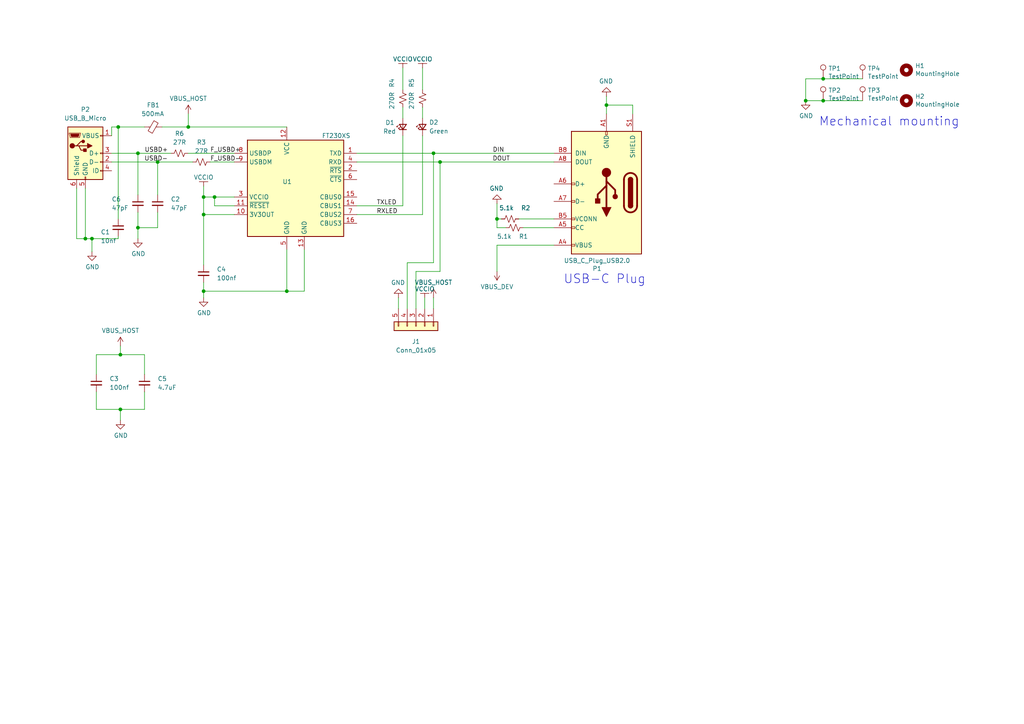
<source format=kicad_sch>
(kicad_sch (version 20211123) (generator eeschema)
  (paper "A4")
  (title_block (title "EC Debug Card") (date "2022-07-07") (rev "01") (company "HowettNET") (comment 1 "This work is licensed under a Creative Commons Attribution 4.0 International License") (comment 2 "Derived from Framework Internal EC CCD Debug Card") (comment 4 "https://howett.net"))
  (lib_symbols
    (symbol "Connector:TestPoint" (pin_numbers hide) (pin_names (offset 0.762) hide)
      (property "Reference" "TP" (at 0 6.858 0))
      (property "Value" "TestPoint" (at 0 5.08 0))
      (symbol "TestPoint_0_1"
        (circle (center 0 3.302) (radius 0.762))
      )
      (symbol "TestPoint_1_1"
        (pin passive line (at 0 0 90) (length 2.54) (name "1") (number "1"))
      )
    )
    (symbol "Connector:USB_B_Micro" (pin_names (offset 1.016))
      (property "Reference" "J" (at -5.08 11.43 0))
      (property "Value" "USB_B_Micro" (at -5.08 8.89 0))
      (symbol "USB_B_Micro_0_1"
        (rectangle (start -5.08 -7.62) (end 5.08 7.62) (stroke (width 0.254)) (fill (type background)))
        (circle (center -3.81 2.159) (radius 0.635) (stroke (width 0.254)) (fill (type outline)))
        (circle (center -0.635 3.429) (radius 0.381) (stroke (width 0.254)) (fill (type outline)))
        (rectangle (start -0.127 -7.62) (end 0.127 -6.858))
        (polyline (pts (xy -1.905 2.159) (xy 0.635 2.159)) (stroke (width 0.254)))
        (polyline (pts (xy -3.175 2.159) (xy -2.54 2.159) (xy -1.27 3.429) (xy -0.635 3.429)) (stroke (width 0.254)))
        (polyline (pts (xy -2.54 2.159) (xy -1.905 2.159) (xy -1.27 0.889) (xy 0 0.889)) (stroke (width 0.254)))
        (polyline (pts (xy 0.635 2.794) (xy 0.635 1.524) (xy 1.905 2.159) (xy 0.635 2.794)) (stroke (width 0.254)) (fill (type outline)))
        (polyline (pts (xy -4.318 5.588) (xy -1.778 5.588) (xy -2.032 4.826) (xy -4.064 4.826) (xy -4.318 5.588)) (fill (type outline)))
        (polyline (pts (xy -4.699 5.842) (xy -4.699 5.588) (xy -4.445 4.826) (xy -4.445 4.572) (xy -1.651 4.572) (xy -1.651 4.826) (xy -1.397 5.588) (xy -1.397 5.842) (xy -4.699 5.842)))
        (rectangle (start 0.254 1.27) (end -0.508 0.508) (stroke (width 0.254)) (fill (type outline)))
        (rectangle (start 5.08 -5.207) (end 4.318 -4.953))
        (rectangle (start 5.08 -2.667) (end 4.318 -2.413))
        (rectangle (start 5.08 -0.127) (end 4.318 0.127))
        (rectangle (start 5.08 4.953) (end 4.318 5.207))
      )
      (symbol "USB_B_Micro_1_1"
        (pin power_out line (at 7.62 5.08 180) (length 2.54) (name "VBUS") (number "1"))
        (pin bidirectional line (at 7.62 -2.54 180) (length 2.54) (name "D-") (number "2"))
        (pin bidirectional line (at 7.62 0 180) (length 2.54) (name "D+") (number "3"))
        (pin passive line (at 7.62 -5.08 180) (length 2.54) (name "ID") (number "4"))
        (pin power_out line (at 0 -10.16 90) (length 2.54) (name "GND") (number "5"))
        (pin passive line (at -2.54 -10.16 90) (length 2.54) (name "Shield") (number "6"))
      )
    )
    (symbol "Connector:USB_C_Plug_USB2.0" (pin_names (offset 1.016))
      (property "Reference" "P1" (at 2.7178 22.0218 0))
      (property "Value" "USB_C_Plug_USB2.0" (at 2.7178 19.7104 0))
      (symbol "USB_C_Plug_USB2.0_0_0"
        (rectangle (start -0.254 -17.78) (end 0.254 -16.764))
        (rectangle (start 10.16 -2.286) (end 9.144 -2.794))
        (rectangle (start 10.16 2.794) (end 9.144 2.286))
        (rectangle (start 10.16 7.874) (end 9.144 7.366))
        (rectangle (start 10.16 10.414) (end 9.144 9.906))
        (rectangle (start 10.16 15.494) (end 9.144 14.986))
      )
      (symbol "USB_C_Plug_USB2.0_0_1"
        (rectangle (start -10.16 17.78) (end 10.16 -17.78) (stroke (width 0.254)) (fill (type background)))
        (arc (start -8.89 -3.81) (mid -6.985 -5.715) (end -5.08 -3.81) (stroke (width 0.508)))
        (arc (start -7.62 -3.81) (mid -6.985 -4.445) (end -6.35 -3.81) (stroke (width 0.254)))
        (arc (start -7.62 -3.81) (mid -6.985 -4.445) (end -6.35 -3.81) (stroke (width 0.254)) (fill (type outline)))
        (rectangle (start -7.62 -3.81) (end -6.35 3.81) (stroke (width 0.254)) (fill (type outline)))
        (arc (start -6.35 3.81) (mid -6.985 4.445) (end -7.62 3.81) (stroke (width 0.254)))
        (arc (start -6.35 3.81) (mid -6.985 4.445) (end -7.62 3.81) (stroke (width 0.254)) (fill (type outline)))
        (arc (start -5.08 3.81) (mid -6.985 5.715) (end -8.89 3.81) (stroke (width 0.508)))
        (circle (center -2.54 1.143) (radius 0.635) (stroke (width 0.254)) (fill (type outline)))
        (circle (center 0 -5.842) (radius 1.27) (fill (type outline)))
        (polyline (pts (xy -8.89 -3.81) (xy -8.89 3.81)) (stroke (width 0.508)))
        (polyline (pts (xy -5.08 3.81) (xy -5.08 -3.81)) (stroke (width 0.508)))
        (polyline (pts (xy 0 -5.842) (xy 0 4.318)) (stroke (width 0.508)))
        (polyline (pts (xy 0 -3.302) (xy -2.54 -0.762) (xy -2.54 0.508)) (stroke (width 0.508)))
        (polyline (pts (xy 0 -2.032) (xy 2.54 0.508) (xy 2.54 1.778)) (stroke (width 0.508)))
        (polyline (pts (xy -1.27 4.318) (xy 0 6.858) (xy 1.27 4.318) (xy -1.27 4.318)) (stroke (width 0.254)) (fill (type outline)))
        (rectangle (start 1.905 1.778) (end 3.175 3.048) (stroke (width 0.254)) (fill (type outline)))
      )
      (symbol "USB_C_Plug_USB2.0_1_1"
        (pin passive line (at 0 -22.86 90) (length 5.08) (name "GND") (number "A1"))
        (pin passive line (at 0 -22.86 90) (length 5.08) hide (name "GND") (number "A12"))
        (pin passive line (at 15.24 15.24 180) (length 5.08) (name "VBUS") (number "A4"))
        (pin bidirectional line (at 15.24 10.16 180) (length 5.08) (name "CC") (number "A5"))
        (pin bidirectional line (at 15.24 -2.54 180) (length 5.08) (name "D+") (number "A6"))
        (pin bidirectional line (at 15.24 2.54 180) (length 5.08) (name "D-") (number "A7"))
        (pin bidirectional line (at 15.24 -8.89 180) (length 5.08) (name "DOUT") (number "A8"))
        (pin passive line (at 15.24 15.24 180) (length 5.08) hide (name "VBUS") (number "A9"))
        (pin passive line (at 0 -22.86 90) (length 5.08) hide (name "GND") (number "B1"))
        (pin passive line (at 0 -22.86 90) (length 5.08) hide (name "GND") (number "B12"))
        (pin passive line (at 15.24 15.24 180) (length 5.08) hide (name "VBUS") (number "B4"))
        (pin bidirectional line (at 15.24 7.62 180) (length 5.08) (name "VCONN") (number "B5"))
        (pin bidirectional line (at 15.24 -11.43 180) (length 5.08) (name "DIN") (number "B8"))
        (pin passive line (at 15.24 15.24 180) (length 5.08) hide (name "VBUS") (number "B9"))
        (pin passive line (at -7.62 -22.86 90) (length 5.08) (name "SHIELD") (number "S1"))
      )
    )
    (symbol "Connector_Generic:Conn_01x05" (pin_names (offset 1.016) hide)
      (property "Reference" "J" (at 0 7.62 0))
      (property "Value" "Conn_01x05" (at 0 -7.62 0))
      (symbol "Conn_01x05_1_1"
        (rectangle (start -1.27 -4.953) (end 0 -5.207) (stroke (width 0.1524)))
        (rectangle (start -1.27 -2.413) (end 0 -2.667) (stroke (width 0.1524)))
        (rectangle (start -1.27 0.127) (end 0 -0.127) (stroke (width 0.1524)))
        (rectangle (start -1.27 2.667) (end 0 2.413) (stroke (width 0.1524)))
        (rectangle (start -1.27 5.207) (end 0 4.953) (stroke (width 0.1524)))
        (rectangle (start -1.27 6.35) (end 1.27 -6.35) (stroke (width 0.254)) (fill (type background)))
        (pin passive line (at -5.08 5.08 0) (length 3.81) (name "Pin_1") (number "1"))
        (pin passive line (at -5.08 2.54 0) (length 3.81) (name "Pin_2") (number "2"))
        (pin passive line (at -5.08 0 0) (length 3.81) (name "Pin_3") (number "3"))
        (pin passive line (at -5.08 -2.54 0) (length 3.81) (name "Pin_4") (number "4"))
        (pin passive line (at -5.08 -5.08 0) (length 3.81) (name "Pin_5") (number "5"))
      )
    )
    (symbol "Device:C_Small" (pin_numbers hide) (pin_names (offset 0.254) hide)
      (property "Reference" "C" (at 0.254 1.778 0))
      (property "Value" "C_Small" (at 0.254 -2.032 0))
      (symbol "C_Small_0_1"
        (polyline (pts (xy -1.524 -0.508) (xy 1.524 -0.508)) (stroke (width 0.3302)))
        (polyline (pts (xy -1.524 0.508) (xy 1.524 0.508)) (stroke (width 0.3048)))
      )
      (symbol "C_Small_1_1"
        (pin passive line (at 0 2.54 270) (length 2.032) (name "~") (number "1"))
        (pin passive line (at 0 -2.54 90) (length 2.032) (name "~") (number "2"))
      )
    )
    (symbol "Device:FerriteBead_Small" (pin_numbers hide) (pin_names (offset 0))
      (property "Reference" "FB" (at 1.905 1.27 0))
      (property "Value" "FerriteBead_Small" (at 1.905 -1.27 0))
      (symbol "FerriteBead_Small_0_1"
        (polyline (pts (xy 0 -1.27) (xy 0 -0.7874)))
        (polyline (pts (xy 0 0.889) (xy 0 1.2954)))
        (polyline (pts (xy -1.8288 0.2794) (xy -1.1176 1.4986) (xy 1.8288 -0.2032) (xy 1.1176 -1.4224) (xy -1.8288 0.2794)))
      )
      (symbol "FerriteBead_Small_1_1"
        (pin passive line (at 0 2.54 270) (length 1.27) (name "~") (number "1"))
        (pin passive line (at 0 -2.54 90) (length 1.27) (name "~") (number "2"))
      )
    )
    (symbol "Device:LED_Small" (pin_numbers hide) (pin_names (offset 0.254) hide)
      (property "Reference" "D" (at -1.27 3.175 0))
      (property "Value" "LED_Small" (at -4.445 -2.54 0))
      (symbol "LED_Small_0_1"
        (polyline (pts (xy -0.762 -1.016) (xy -0.762 1.016)) (stroke (width 0.254)))
        (polyline (pts (xy 1.016 0) (xy -0.762 0)))
        (polyline (pts (xy 0.762 -1.016) (xy -0.762 0) (xy 0.762 1.016) (xy 0.762 -1.016)) (stroke (width 0.254)))
        (polyline (pts (xy 0 0.762) (xy -0.508 1.27) (xy -0.254 1.27) (xy -0.508 1.27) (xy -0.508 1.016)))
        (polyline (pts (xy 0.508 1.27) (xy 0 1.778) (xy 0.254 1.778) (xy 0 1.778) (xy 0 1.524)))
      )
      (symbol "LED_Small_1_1"
        (pin passive line (at -2.54 0 0) (length 1.778) (name "K") (number "1"))
        (pin passive line (at 2.54 0 180) (length 1.778) (name "A") (number "2"))
      )
    )
    (symbol "Device:R_Small_US" (pin_numbers hide) (pin_names (offset 0.254) hide)
      (property "Reference" "R" (at 0.762 0.508 0))
      (property "Value" "R_Small_US" (at 0.762 -1.016 0))
      (symbol "R_Small_US_1_1"
        (polyline (pts (xy 0 0) (xy 1.016 -0.381) (xy 0 -0.762) (xy -1.016 -1.143) (xy 0 -1.524)))
        (polyline (pts (xy 0 1.524) (xy 1.016 1.143) (xy 0 0.762) (xy -1.016 0.381) (xy 0 0)))
        (pin passive line (at 0 2.54 270) (length 1.016) (name "~") (number "1"))
        (pin passive line (at 0 -2.54 90) (length 1.016) (name "~") (number "2"))
      )
    )
    (symbol "FrameworkECDebugCard_v1-rescue:VBUS_DEV" (power) (in_bom no) (on_board no)
      (property "Value" "VBUS_DEV" (at 0 3.81 0))
      (symbol "VBUS_DEV_0_1"
        (polyline (pts (xy -0.7679 1.2595) (xy -0.0059 2.5295)))
        (polyline (pts (xy -0.0059 -0.0105) (xy -0.0059 2.5295)))
        (polyline (pts (xy -0.0059 2.5295) (xy 0.7561 1.2595)))
      )
      (symbol "VBUS_DEV_1_1"
        (pin power_in line (at 0 0 90) (length 0) hide (name "VBUS_DEV") (number "1"))
      )
    )
    (symbol "FrameworkECDebugCard_v1-rescue:VBUS_HOST" (power) (pin_names (offset 0))
      (property "Value" "VBUS_HOST" (at 0 3.81 0))
      (symbol "VBUS_HOST_0_1"
        (polyline (pts (xy -0.762 1.27) (xy 0 2.54)))
        (polyline (pts (xy 0 0) (xy 0 2.54)))
        (polyline (pts (xy 0 2.54) (xy 0.762 1.27)))
      )
      (symbol "VBUS_HOST_1_1"
        (pin power_in line (at 0 0 90) (length 0) hide (name "VBUS_HOST") (number "1"))
      )
    )
    (symbol "FrameworkECDebugCard_v1-rescue:VCCIO" (power) (pin_names (offset 0))
      (property "Value" "VCCIO" (at 0 2.54 0))
      (symbol "VCCIO_0_1"
        (polyline (pts (xy -1.27 1.27) (xy 0 1.27)))
        (polyline (pts (xy 0 0) (xy 0 1.27)))
        (polyline (pts (xy 0 1.27) (xy 1.27 1.27)))
      )
      (symbol "VCCIO_1_1"
        (pin power_in line (at 0 0 90) (length 0) hide (name "VCCIO") (number "1"))
      )
    )
    (symbol "Interface_USB:FT230XS"
      (property "Reference" "U1" (at -3.81 1.905 0))
      (property "Value" "FT230XS" (at 7.62 15.24 0))
      (symbol "FT230XS_0_1"
        (rectangle (start -13.97 13.97) (end 13.97 -13.97) (stroke (width 0.254)) (fill (type background)))
      )
      (symbol "FT230XS_1_1"
        (pin output line (at 17.78 10.16 180) (length 3.81) (name "TXD") (number "1"))
        (pin power_out line (at -17.78 -7.62 0) (length 3.81) (name "3V3OUT") (number "10"))
        (pin input line (at -17.78 -5.08 0) (length 3.81) (name "~{RESET}") (number "11"))
        (pin power_in line (at -2.54 17.78 270) (length 3.81) (name "VCC") (number "12"))
        (pin power_in line (at 2.54 -17.78 90) (length 3.81) (name "GND") (number "13"))
        (pin bidirectional line (at 17.78 -5.08 180) (length 3.81) (name "CBUS1") (number "14"))
        (pin bidirectional line (at 17.78 -2.54 180) (length 3.81) (name "CBUS0") (number "15"))
        (pin bidirectional line (at 17.78 -10.16 180) (length 3.81) (name "CBUS3") (number "16"))
        (pin output line (at 17.78 5.08 180) (length 3.81) (name "~{RTS}") (number "2"))
        (pin power_in line (at -17.78 -2.54 0) (length 3.81) (name "VCCIO") (number "3"))
        (pin input line (at 17.78 7.62 180) (length 3.81) (name "RXD") (number "4"))
        (pin power_in line (at -2.54 -17.78 90) (length 3.81) (name "GND") (number "5"))
        (pin input line (at 17.78 2.54 180) (length 3.81) (name "~{CTS}") (number "6"))
        (pin bidirectional line (at 17.78 -7.62 180) (length 3.81) (name "CBUS2") (number "7"))
        (pin bidirectional line (at -17.78 10.16 0) (length 3.81) (name "USBDP") (number "8"))
        (pin bidirectional line (at -17.78 7.62 0) (length 3.81) (name "USBDM") (number "9"))
      )
    )
    (symbol "Mechanical:MountingHole" (pin_names (offset 1.016))
      (property "Reference" "H" (at 0 5.08 0))
      (property "Value" "MountingHole" (at 0 3.175 0))
      (symbol "MountingHole_0_1"
        (circle (center 0 0) (radius 1.27) (stroke (width 1.27)))
      )
    )
    (symbol "VCCIO_1" (power) (pin_names (offset 0))
      (property "Value" "VCCIO_1" (at 0 2.54 0))
      (symbol "VCCIO_1_0_1"
        (polyline (pts (xy -1.27 1.27) (xy 0 1.27)))
        (polyline (pts (xy 0 0) (xy 0 1.27)))
        (polyline (pts (xy 0 1.27) (xy 1.27 1.27)))
      )
      (symbol "VCCIO_1_1_1"
        (pin power_in line (at 0 0 90) (length 0) hide (name "VCCIO") (number "1"))
      )
    )
    (symbol "VCCIO_2" (power) (pin_names (offset 0))
      (property "Value" "VCCIO_2" (at 0 2.54 0))
      (symbol "VCCIO_2_0_1"
        (polyline (pts (xy -1.27 1.27) (xy 0 1.27)))
        (polyline (pts (xy 0 0) (xy 0 1.27)))
        (polyline (pts (xy 0 1.27) (xy 1.27 1.27)))
      )
      (symbol "VCCIO_2_1_1"
        (pin power_in line (at 0 0 90) (length 0) hide (name "VCCIO") (number "1"))
      )
    )
    (symbol "power:GND" (power) (pin_names (offset 0))
      (property "Value" "GND" (at 0 -3.81 0))
      (symbol "GND_0_1"
        (polyline (pts (xy 0 0) (xy 0 -1.27) (xy 1.27 -1.27) (xy 0 -2.54) (xy -1.27 -1.27) (xy 0 -1.27)))
      )
      (symbol "GND_1_1"
        (pin power_in line (at 0 0 270) (length 0) hide (name "GND") (number "1"))
      )
    )
  )
  (junction (at 34.29 36.83))
  (junction (at 233.68 29.21))
  (junction (at 238.76 29.21))
  (junction (at 34.925 118.745))
  (junction (at 40.005 44.45))
  (junction (at 175.895 30.48))
  (junction (at 45.72 46.99))
  (junction (at 62.23 57.15))
  (junction (at 24.765 69.215))
  (junction (at 26.67 69.215))
  (junction (at 59.055 62.23))
  (junction (at 59.055 57.15))
  (junction (at 83.185 84.455))
  (junction (at 238.76 22.86))
  (junction (at 59.055 84.455))
  (junction (at 144.145 63.5))
  (junction (at 127.635 46.99))
  (junction (at 54.61 36.83))
  (junction (at 40.005 66.04))
  (junction (at 34.925 102.87))
  (junction (at 125.73 44.45))
  (wire (pts (xy 116.84 31.115) (xy 116.84 34.29)))
  (wire (pts (xy 144.145 71.12) (xy 144.145 78.74)))
  (wire (pts (xy 34.925 118.745) (xy 41.91 118.745)))
  (wire (pts (xy 116.84 39.37) (xy 116.84 59.69)))
  (wire (pts (xy 40.005 44.45) (xy 49.53 44.45)))
  (wire (pts (xy 59.055 57.15) (xy 59.055 62.23)))
  (wire (pts (xy 238.76 29.21) (xy 233.68 29.21)))
  (wire (pts (xy 59.055 84.455) (xy 59.055 86.36)))
  (wire (pts (xy 62.23 57.15) (xy 59.055 57.15)))
  (wire (pts (xy 160.655 66.04) (xy 151.765 66.04)))
  (wire (pts (xy 175.895 30.48) (xy 175.895 33.02)))
  (wire (pts (xy 122.555 39.37) (xy 122.555 62.23)))
  (wire (pts (xy 59.055 81.915) (xy 59.055 84.455)))
  (wire (pts (xy 24.765 54.61) (xy 24.765 69.215)))
  (wire (pts (xy 123.19 86.36) (xy 123.19 89.535)))
  (wire (pts (xy 67.945 57.15) (xy 62.23 57.15)))
  (wire (pts (xy 34.29 68.58) (xy 34.29 69.215)))
  (wire (pts (xy 46.99 36.83) (xy 54.61 36.83)))
  (wire (pts (xy 183.515 30.48) (xy 175.895 30.48)))
  (wire (pts (xy 45.72 46.99) (xy 45.72 56.515)))
  (wire (pts (xy 103.505 46.99) (xy 127.635 46.99)))
  (wire (pts (xy 125.73 86.36) (xy 125.73 89.535)))
  (wire (pts (xy 22.225 54.61) (xy 22.225 69.215)))
  (wire (pts (xy 34.29 36.83) (xy 34.29 63.5)))
  (wire (pts (xy 125.73 44.45) (xy 125.73 76.2)))
  (wire (pts (xy 125.73 76.2) (xy 118.11 76.2)))
  (wire (pts (xy 146.685 66.04) (xy 144.145 66.04)))
  (wire (pts (xy 22.225 69.215) (xy 24.765 69.215)))
  (wire (pts (xy 34.925 102.87) (xy 27.94 102.87)))
  (wire (pts (xy 122.555 31.115) (xy 122.555 34.29)))
  (wire (pts (xy 59.055 53.975) (xy 59.055 57.15)))
  (wire (pts (xy 115.57 86.36) (xy 115.57 89.535)))
  (wire (pts (xy 40.005 66.04) (xy 40.005 69.215)))
  (wire (pts (xy 27.94 102.87) (xy 27.94 108.585)))
  (wire (pts (xy 34.925 102.87) (xy 41.91 102.87)))
  (wire (pts (xy 32.385 39.37) (xy 32.385 36.83)))
  (wire (pts (xy 34.925 118.745) (xy 34.925 121.92)))
  (wire (pts (xy 83.185 72.39) (xy 83.185 84.455)))
  (wire (pts (xy 250.19 22.86) (xy 238.76 22.86)))
  (wire (pts (xy 54.61 44.45) (xy 67.945 44.45)))
  (wire (pts (xy 34.29 36.83) (xy 41.91 36.83)))
  (wire (pts (xy 34.29 69.215) (xy 26.67 69.215)))
  (wire (pts (xy 83.185 84.455) (xy 88.265 84.455)))
  (wire (pts (xy 127.635 46.99) (xy 127.635 78.74)))
  (wire (pts (xy 88.265 72.39) (xy 88.265 84.455)))
  (wire (pts (xy 144.145 59.055) (xy 144.145 63.5)))
  (wire (pts (xy 41.91 113.665) (xy 41.91 118.745)))
  (wire (pts (xy 116.84 19.685) (xy 116.84 26.035)))
  (wire (pts (xy 183.515 33.02) (xy 183.515 30.48)))
  (wire (pts (xy 27.94 113.665) (xy 27.94 118.745)))
  (wire (pts (xy 59.055 62.23) (xy 59.055 76.835)))
  (wire (pts (xy 41.91 102.87) (xy 41.91 108.585)))
  (wire (pts (xy 122.555 62.23) (xy 103.505 62.23)))
  (wire (pts (xy 54.61 33.02) (xy 54.61 36.83)))
  (wire (pts (xy 32.385 36.83) (xy 34.29 36.83)))
  (wire (pts (xy 40.005 61.595) (xy 40.005 66.04)))
  (wire (pts (xy 116.84 59.69) (xy 103.505 59.69)))
  (wire (pts (xy 103.505 44.45) (xy 125.73 44.45)))
  (wire (pts (xy 233.68 22.86) (xy 233.68 29.21)))
  (wire (pts (xy 32.385 44.45) (xy 40.005 44.45)))
  (wire (pts (xy 238.76 22.86) (xy 233.68 22.86)))
  (wire (pts (xy 60.96 46.99) (xy 67.945 46.99)))
  (wire (pts (xy 118.11 76.2) (xy 118.11 89.535)))
  (wire (pts (xy 160.655 71.12) (xy 144.145 71.12)))
  (wire (pts (xy 67.945 59.69) (xy 62.23 59.69)))
  (wire (pts (xy 59.055 84.455) (xy 83.185 84.455)))
  (wire (pts (xy 160.655 63.5) (xy 150.495 63.5)))
  (wire (pts (xy 45.72 61.595) (xy 45.72 66.04)))
  (wire (pts (xy 62.23 59.69) (xy 62.23 57.15)))
  (wire (pts (xy 175.895 27.94) (xy 175.895 30.48)))
  (wire (pts (xy 250.19 29.21) (xy 238.76 29.21)))
  (wire (pts (xy 120.65 78.74) (xy 120.65 89.535)))
  (wire (pts (xy 45.72 46.99) (xy 55.88 46.99)))
  (wire (pts (xy 127.635 46.99) (xy 160.655 46.99)))
  (wire (pts (xy 122.555 19.685) (xy 122.555 26.035)))
  (wire (pts (xy 24.765 69.215) (xy 26.67 69.215)))
  (wire (pts (xy 27.94 118.745) (xy 34.925 118.745)))
  (wire (pts (xy 59.055 62.23) (xy 67.945 62.23)))
  (wire (pts (xy 26.67 69.215) (xy 26.67 73.025)))
  (wire (pts (xy 145.415 63.5) (xy 144.145 63.5)))
  (wire (pts (xy 125.73 44.45) (xy 160.655 44.45)))
  (wire (pts (xy 127.635 78.74) (xy 120.65 78.74)))
  (wire (pts (xy 40.005 44.45) (xy 40.005 56.515)))
  (wire (pts (xy 40.005 66.04) (xy 45.72 66.04)))
  (wire (pts (xy 144.145 66.04) (xy 144.145 63.5)))
  (wire (pts (xy 54.61 36.83) (xy 83.185 36.83)))
  (wire (pts (xy 32.385 46.99) (xy 45.72 46.99)))
  (wire (pts (xy 34.925 100.33) (xy 34.925 102.87)))
  (text "Mechanical mounting" (at 237.49 36.83 0) (effects (font (size 2.54 2.54)) (justify left bottom)))
  (text "USB-C Plug" (at 187.325 82.55 180) (effects (font (size 2.54 2.54)) (justify right bottom)))
  (label "F_USBD-" (at 60.96 46.99 0))
  (label "DIN" (at 142.875 44.45 0))
  (label "TXLED" (at 109.22 59.69 0))
  (label "F_USBD+" (at 60.96 44.45 0))
  (label "RXLED" (at 109.2021 62.23 0))
  (label "DOUT" (at 142.8412 46.99 0))
  (label "USBD+" (at 41.91 44.45 0))
  (label "USBD-" (at 41.8494 46.99 0))
  (symbol (lib_id "Connector:USB_C_Plug_USB2.0") (at 175.895 55.88 180) (unit 1)
    (property "Reference" "P1" (at 173.1772 77.9018 0))
    (property "Value" "USB_C_Plug_USB2.0" (at 173.1772 75.5904 0))
    (property "Footprint" "FrameworkECDebugCard_v1:USB_C_Plug_Molex_105444" (effects hide))
    (property "Datasheet" "https://www.usb.org/sites/default/files/documents/usb_type-c.zip" (effects hide))
  )
  (symbol (lib_id "Device:R_Small_US") (at 149.225 66.04 270) (unit 1)
    (property "Reference" "R1" (at 150.495 68.58 90) (effects (justify left)))
    (property "Value" "5.1k" (at 144.145 68.58 90) (effects (justify left)))
    (property "Footprint" "Resistor_SMD:R_0402_1005Metric" (effects hide))
    (property "Spice_Primitive" "R" (effects hide))
    (property "Spice_Model" "5.1k" (effects hide))
    (property "Spice_Netlist_Enabled" "Y" (effects hide))
  )
  (symbol (lib_id "power:GND") (at 175.895 27.94 180) (unit 1)
    (property "Reference" "#PWR01" (effects hide))
    (property "Value" "GND" (at 175.768 23.5458 0))
  )
  (symbol (lib_id "power:GND") (at 144.145 59.055 180) (unit 1)
    (property "Reference" "#PWR04" (effects hide))
    (property "Value" "GND" (at 144.018 54.6608 0))
  )
  (symbol (lib_id "FrameworkECDebugCard_v1-rescue:VBUS_DEV") (at 144.145 78.74 180) (unit 1) (in_bom no) (on_board no)
    (property "Reference" "#PWR#0102" (effects hide))
    (property "Value" "VBUS_DEV" (at 144.145 83.185 0))
  )
  (symbol (lib_id "Mechanical:MountingHole") (at 262.89 20.32 0) (unit 1)
    (property "Reference" "H1" (at 265.43 19.0754 0) (effects (justify left)))
    (property "Value" "MountingHole" (at 265.43 21.3868 0) (effects (justify left)))
    (property "Footprint" "MountingHole:MountingHole_2.2mm_M2" (effects hide))
  )
  (symbol (lib_id "Mechanical:MountingHole") (at 262.89 29.21 0) (unit 1)
    (property "Reference" "H2" (at 265.43 27.9654 0) (effects (justify left)))
    (property "Value" "MountingHole" (at 265.43 30.2768 0) (effects (justify left)))
    (property "Footprint" "MountingHole:MountingHole_2.2mm_M2" (effects hide))
  )
  (symbol (lib_id "Connector:TestPoint") (at 250.19 22.86 0) (unit 1)
    (property "Reference" "TP4" (at 251.6632 19.8628 0) (effects (justify left)))
    (property "Value" "TestPoint" (at 251.6632 22.1742 0) (effects (justify left)))
    (property "Footprint" "TestPoint:TestPoint_Pad_1.5x1.5mm" (effects hide))
  )
  (symbol (lib_id "Connector:TestPoint") (at 238.76 22.86 0) (unit 1)
    (property "Reference" "TP1" (at 240.2332 19.8628 0) (effects (justify left)))
    (property "Value" "TestPoint" (at 240.2332 22.1742 0) (effects (justify left)))
    (property "Footprint" "TestPoint:TestPoint_Pad_1.5x1.5mm" (effects hide))
  )
  (symbol (lib_id "Connector:TestPoint") (at 238.76 29.21 0) (unit 1)
    (property "Reference" "TP2" (at 240.2332 26.2128 0) (effects (justify left)))
    (property "Value" "TestPoint" (at 240.2332 28.5242 0) (effects (justify left)))
    (property "Footprint" "TestPoint:TestPoint_Pad_1.5x1.5mm" (effects hide))
  )
  (symbol (lib_id "Connector:TestPoint") (at 250.19 29.21 0) (unit 1)
    (property "Reference" "TP3" (at 251.6632 26.2128 0) (effects (justify left)))
    (property "Value" "TestPoint" (at 251.6632 28.5242 0) (effects (justify left)))
    (property "Footprint" "TestPoint:TestPoint_Pad_1.5x1.5mm" (effects hide))
  )
  (symbol (lib_id "power:GND") (at 233.68 29.21 0) (unit 1)
    (property "Reference" "#PWR05" (effects hide))
    (property "Value" "GND" (at 233.807 33.6042 0))
  )
  (symbol (lib_id "power:GND") (at 115.57 86.36 180) (unit 1)
    (property "Reference" "#PWR0111" (effects hide))
    (property "Value" "GND" (at 115.443 81.9658 0))
  )
  (symbol (lib_id "Device:LED_Small") (at 116.84 36.83 90) (unit 1)
    (property "Reference" "D1" (at 111.76 35.56 90) (effects (justify right)))
    (property "Value" "Red" (at 111.125 38.1 90) (effects (justify right)))
    (property "Footprint" "LED_SMD:LED_0603_1608Metric" (effects hide))
  )
  (symbol (lib_id "Device:C_Small") (at 40.005 59.055 0) (unit 1)
    (property "Reference" "C6" (at 32.385 57.785 0) (effects (justify left)))
    (property "Value" "47pF" (at 32.385 60.325 0) (effects (justify left)))
    (property "Footprint" "Capacitor_SMD:C_0402_1005Metric" (effects hide))
  )
  (symbol (lib_name "VCCIO_1") (lib_id "FrameworkECDebugCard_v1-rescue:VCCIO") (at 123.19 86.36 0) (unit 1)
    (property "Reference" "#PWR0112" (effects hide))
    (property "Value" "VCCIO" (at 123.19 83.82 0))
  )
  (symbol (lib_id "power:GND") (at 26.67 73.025 0) (unit 1)
    (property "Reference" "#PWR0105" (effects hide))
    (property "Value" "GND" (at 26.797 77.4192 0))
  )
  (symbol (lib_id "Device:R_Small_US") (at 52.07 44.45 90) (unit 1)
    (property "Reference" "R6" (at 52.07 38.735 90))
    (property "Value" "27R" (at 52.07 41.275 90))
    (property "Footprint" "Resistor_SMD:R_0402_1005Metric" (effects hide))
  )
  (symbol (lib_id "power:GND") (at 34.925 121.92 0) (unit 1)
    (property "Reference" "#PWR0103" (effects hide))
    (property "Value" "GND" (at 35.052 126.3142 0))
  )
  (symbol (lib_id "Device:R_Small_US") (at 147.955 63.5 270) (unit 1)
    (property "Reference" "R2" (at 151.13 60.325 90) (effects (justify left)))
    (property "Value" "5.1k" (at 144.78 60.325 90) (effects (justify left)))
    (property "Footprint" "Resistor_SMD:R_0402_1005Metric" (effects hide))
  )
  (symbol (lib_id "FrameworkECDebugCard_v1-rescue:VCCIO") (at 59.055 53.975 0) (unit 1)
    (property "Reference" "#PWR0108" (effects hide))
    (property "Value" "VCCIO" (at 59.055 51.435 0))
  )
  (symbol (lib_id "Device:C_Small") (at 45.72 59.055 0) (unit 1)
    (property "Reference" "C2" (at 49.53 57.7849 0) (effects (justify left)))
    (property "Value" "47pF" (at 49.53 60.3249 0) (effects (justify left)))
    (property "Footprint" "Capacitor_SMD:C_0402_1005Metric" (effects hide))
  )
  (symbol (lib_id "Device:C_Small") (at 27.94 111.125 0) (unit 1)
    (property "Reference" "C3" (at 31.75 109.8549 0) (effects (justify left)))
    (property "Value" "100nf" (at 31.75 112.3949 0) (effects (justify left)))
    (property "Footprint" "Capacitor_SMD:C_0402_1005Metric" (effects hide))
  )
  (symbol (lib_id "Device:R_Small_US") (at 58.42 46.99 90) (unit 1)
    (property "Reference" "R3" (at 58.42 41.275 90))
    (property "Value" "27R" (at 58.42 43.815 90))
    (property "Footprint" "Resistor_SMD:R_0402_1005Metric" (effects hide))
  )
  (symbol (lib_id "power:GND") (at 40.005 69.215 0) (unit 1)
    (property "Reference" "#PWR0102" (effects hide))
    (property "Value" "GND" (at 40.132 73.6092 0))
  )
  (symbol (lib_id "Device:FerriteBead_Small") (at 44.45 36.83 90) (unit 1)
    (property "Reference" "FB1" (at 44.45 30.48 90))
    (property "Value" "500mA" (at 47.625 33.02 90) (effects (justify left)))
    (property "Footprint" "Inductor_SMD:L_0402_1005Metric" (effects hide))
  )
  (symbol (lib_id "Device:LED_Small") (at 122.555 36.83 90) (unit 1)
    (property "Reference" "D2" (at 124.46 35.4964 90) (effects (justify right)))
    (property "Value" "Green" (at 124.46 38.0364 90) (effects (justify right)))
    (property "Footprint" "LED_SMD:LED_0603_1608Metric" (effects hide))
  )
  (symbol (lib_id "FrameworkECDebugCard_v1-rescue:VBUS_HOST") (at 125.73 86.36 0) (unit 1)
    (property "Reference" "#PWR0110" (effects hide))
    (property "Value" "VBUS_HOST" (at 125.73 81.915 0))
  )
  (symbol (lib_id "Connector:USB_B_Micro") (at 24.765 44.45 0) (unit 1)
    (property "Reference" "P2" (at 24.765 31.75 0))
    (property "Value" "USB_B_Micro" (at 24.765 34.29 0))
    (property "Footprint" "Connector_USB:USB_Micro-B_Amphenol_10104110_Horizontal" (effects hide))
  )
  (symbol (lib_name "VCCIO_1") (lib_id "FrameworkECDebugCard_v1-rescue:VCCIO") (at 122.555 19.685 0) (unit 1)
    (property "Reference" "#PWR0106" (effects hide))
    (property "Value" "VCCIO" (at 122.555 17.145 0))
  )
  (symbol (lib_id "power:GND") (at 59.055 86.36 0) (unit 1)
    (property "Reference" "#PWR0101" (effects hide))
    (property "Value" "GND" (at 59.182 90.7542 0))
  )
  (symbol (lib_id "FrameworkECDebugCard_v1-rescue:VBUS_HOST") (at 54.61 33.02 0) (unit 1)
    (property "Reference" "#PWR0109" (effects hide))
    (property "Value" "VBUS_HOST" (at 54.61 28.575 0))
  )
  (symbol (lib_id "Connector_Generic:Conn_01x05") (at 120.65 94.615 270) (unit 1) (in_bom no)
    (property "Reference" "J1" (at 120.65 99.06 90))
    (property "Value" "Conn_01x05" (at 120.65 101.6 90))
    (property "Footprint" "FrameworkECDebugCard_v1:1X05_LOCK" (effects hide))
  )
  (symbol (lib_id "Device:C_Small") (at 41.91 111.125 0) (unit 1)
    (property "Reference" "C5" (at 45.72 109.8549 0) (effects (justify left)))
    (property "Value" "4.7uF" (at 45.72 112.3949 0) (effects (justify left)))
    (property "Footprint" "Capacitor_SMD:C_0402_1005Metric" (effects hide))
  )
  (symbol (lib_id "FrameworkECDebugCard_v1-rescue:VBUS_HOST") (at 34.925 100.33 0) (unit 1)
    (property "Reference" "#PWR0104" (effects hide))
    (property "Value" "VBUS_HOST" (at 34.925 95.885 0))
  )
  (symbol (lib_id "Device:R_Small_US") (at 116.84 28.575 0) (unit 1)
    (property "Reference" "R4" (at 113.665 25.4 90) (effects (justify left)))
    (property "Value" "270R" (at 113.665 31.75 90) (effects (justify left)))
    (property "Footprint" "Resistor_SMD:R_0402_1005Metric" (effects hide))
  )
  (symbol (lib_id "Interface_USB:FT230XS") (at 85.725 54.61 0) (unit 1)
    (property "Reference" "U1" (at 81.915 52.705 0) (effects (justify left)))
    (property "Value" "FT230XS" (at 93.345 39.37 0) (effects (justify left)))
    (property "Footprint" "Package_SO:SSOP-16_3.9x4.9mm_P0.635mm" (effects hide))
    (property "Datasheet" "https://www.ftdichip.com/Support/Documents/DataSheets/ICs/DS_FT230X.pdf" (effects hide))
  )
  (symbol (lib_id "Device:C_Small") (at 59.055 79.375 0) (unit 1)
    (property "Reference" "C4" (at 62.865 78.1049 0) (effects (justify left)))
    (property "Value" "100nf" (at 62.865 80.6449 0) (effects (justify left)))
    (property "Footprint" "Capacitor_SMD:C_0402_1005Metric" (effects hide))
  )
  (symbol (lib_id "Device:C_Small") (at 34.29 66.04 0) (unit 1)
    (property "Reference" "C1" (at 29.21 67.31 0) (effects (justify left)))
    (property "Value" "10nf" (at 29.21 69.85 0) (effects (justify left)))
    (property "Footprint" "Capacitor_SMD:C_0402_1005Metric" (effects hide))
  )
  (symbol (lib_id "Device:R_Small_US") (at 122.555 28.575 0) (unit 1)
    (property "Reference" "R5" (at 119.38 25.4 90) (effects (justify left)))
    (property "Value" "270R" (at 119.38 31.75 90) (effects (justify left)))
    (property "Footprint" "Resistor_SMD:R_0402_1005Metric" (effects hide))
  )
  (symbol (lib_name "VCCIO_2") (lib_id "FrameworkECDebugCard_v1-rescue:VCCIO") (at 116.84 19.685 0) (unit 1)
    (property "Reference" "#PWR0107" (effects hide))
    (property "Value" "VCCIO" (at 116.84 17.145 0))
  )
)
</source>
